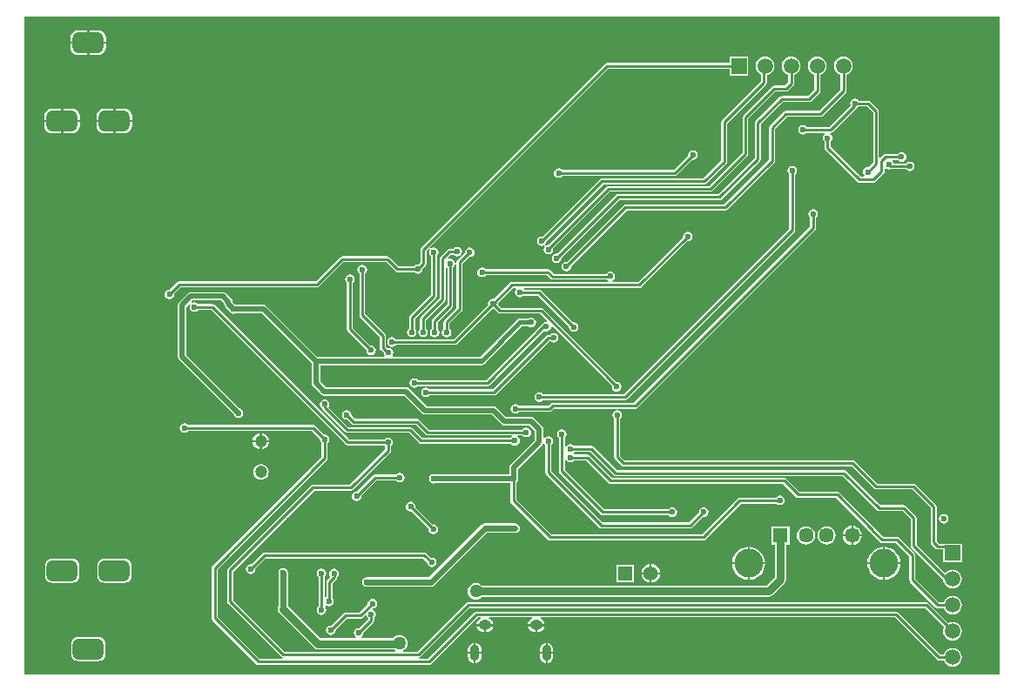
<source format=gbl>
G04*
G04 #@! TF.GenerationSoftware,Altium Limited,Altium Designer,20.0.13 (296)*
G04*
G04 Layer_Physical_Order=2*
G04 Layer_Color=16711680*
%FSLAX25Y25*%
%MOIN*%
G70*
G01*
G75*
%ADD10C,0.00984*%
%ADD11C,0.01968*%
%ADD12C,0.01575*%
%ADD14C,0.02362*%
%ADD74C,0.02953*%
%ADD75C,0.05906*%
%ADD122R,0.05906X0.05906*%
%ADD123R,0.05906X0.05906*%
G04:AMPARAMS|DCode=124|XSize=78.74mil|YSize=118.11mil|CornerRadius=19.68mil|HoleSize=0mil|Usage=FLASHONLY|Rotation=90.000|XOffset=0mil|YOffset=0mil|HoleType=Round|Shape=RoundedRectangle|*
%AMROUNDEDRECTD124*
21,1,0.07874,0.07874,0,0,90.0*
21,1,0.03937,0.11811,0,0,90.0*
1,1,0.03937,0.03937,0.01968*
1,1,0.03937,0.03937,-0.01968*
1,1,0.03937,-0.03937,-0.01968*
1,1,0.03937,-0.03937,0.01968*
%
%ADD124ROUNDEDRECTD124*%
%ADD125R,0.05709X0.05709*%
%ADD126C,0.05709*%
%ADD127C,0.11024*%
%ADD128C,0.04724*%
%ADD129C,0.05512*%
%ADD130R,0.05512X0.05512*%
%ADD131O,0.03543X0.06102*%
%ADD132O,0.04921X0.03740*%
%ADD133C,0.02362*%
%ADD134C,0.05000*%
G36*
X470276Y97835D02*
X96850D01*
Y349803D01*
X470276D01*
Y97835D01*
D02*
G37*
%LPC*%
G36*
X125236Y344630D02*
X121693D01*
Y340276D01*
X128016D01*
Y341850D01*
X127921Y342570D01*
X127644Y343240D01*
X127202Y343816D01*
X126626Y344258D01*
X125956Y344535D01*
X125236Y344630D01*
D02*
G37*
G36*
X120905D02*
X117362D01*
X116643Y344535D01*
X115972Y344258D01*
X115397Y343816D01*
X114955Y343240D01*
X114677Y342570D01*
X114583Y341850D01*
Y340276D01*
X120905D01*
Y344630D01*
D02*
G37*
G36*
X128016Y339488D02*
X121693D01*
Y335134D01*
X125236D01*
X125956Y335228D01*
X126626Y335506D01*
X127202Y335948D01*
X127644Y336524D01*
X127921Y337194D01*
X128016Y337913D01*
Y339488D01*
D02*
G37*
G36*
X120905D02*
X114583D01*
Y337913D01*
X114677Y337194D01*
X114955Y336524D01*
X115397Y335948D01*
X115972Y335506D01*
X116643Y335228D01*
X117362Y335134D01*
X120905D01*
Y339488D01*
D02*
G37*
G36*
X373937Y334488D02*
X366772D01*
Y332049D01*
X319882D01*
X319444Y331962D01*
X319073Y331714D01*
X248797Y261439D01*
X248549Y261068D01*
X248462Y260630D01*
Y255789D01*
X247632Y254958D01*
X247441Y254996D01*
X246734Y254855D01*
X246135Y254455D01*
X246027Y254294D01*
X240041D01*
X236636Y257699D01*
X236265Y257947D01*
X235827Y258034D01*
X218504D01*
X218066Y257947D01*
X217695Y257699D01*
X208384Y248388D01*
X156102D01*
X155665Y248301D01*
X155293Y248053D01*
X152553Y245312D01*
X152362Y245350D01*
X151656Y245210D01*
X151057Y244810D01*
X150656Y244211D01*
X150516Y243504D01*
X150656Y242797D01*
X151057Y242198D01*
X151656Y241798D01*
X152362Y241657D01*
X153069Y241798D01*
X153668Y242198D01*
X154068Y242797D01*
X154209Y243504D01*
X154171Y243695D01*
X156576Y246100D01*
X208858D01*
X209296Y246187D01*
X209667Y246435D01*
X218978Y255746D01*
X235353D01*
X238758Y252341D01*
X239129Y252093D01*
X239567Y252006D01*
X246027D01*
X246135Y251844D01*
X246734Y251444D01*
X247441Y251303D01*
X248148Y251444D01*
X248747Y251844D01*
X249147Y252443D01*
X249287Y253150D01*
X249250Y253340D01*
X250415Y254506D01*
X250663Y254877D01*
X250750Y255315D01*
Y260156D01*
X251819Y261225D01*
X252207Y260906D01*
X251837Y260352D01*
X251697Y259646D01*
X251837Y258939D01*
X252238Y258340D01*
X252399Y258232D01*
Y243387D01*
X244467Y235455D01*
X244219Y235084D01*
X244132Y234646D01*
Y230482D01*
X243773Y230243D01*
X243373Y229644D01*
X243232Y228937D01*
X243373Y228230D01*
X243773Y227631D01*
X244372Y227231D01*
X245079Y227091D01*
X245785Y227231D01*
X246384Y227631D01*
X246785Y228230D01*
X246925Y228937D01*
X246785Y229644D01*
X246420Y230190D01*
Y234172D01*
X254352Y242104D01*
X254600Y242476D01*
X254687Y242913D01*
Y258232D01*
X254849Y258340D01*
X255249Y258939D01*
X255390Y259646D01*
X255249Y260352D01*
X254849Y260951D01*
X254250Y261352D01*
X253543Y261492D01*
X252837Y261352D01*
X252283Y260982D01*
X251964Y261370D01*
X320356Y329762D01*
X366772D01*
Y327323D01*
X373937D01*
Y334488D01*
D02*
G37*
G36*
X135236Y314630D02*
X131693D01*
Y310276D01*
X138016D01*
Y311850D01*
X137921Y312570D01*
X137644Y313240D01*
X137202Y313816D01*
X136626Y314258D01*
X135956Y314535D01*
X135236Y314630D01*
D02*
G37*
G36*
X115236D02*
X111693D01*
Y310276D01*
X118016D01*
Y311850D01*
X117921Y312570D01*
X117643Y313240D01*
X117202Y313816D01*
X116626Y314258D01*
X115956Y314535D01*
X115236Y314630D01*
D02*
G37*
G36*
X130905D02*
X127362D01*
X126643Y314535D01*
X125972Y314258D01*
X125397Y313816D01*
X124955Y313240D01*
X124677Y312570D01*
X124583Y311850D01*
Y310276D01*
X130905D01*
Y314630D01*
D02*
G37*
G36*
X110906D02*
X107362D01*
X106643Y314535D01*
X105972Y314258D01*
X105397Y313816D01*
X104955Y313240D01*
X104677Y312570D01*
X104583Y311850D01*
Y310276D01*
X110906D01*
Y314630D01*
D02*
G37*
G36*
X414764Y318382D02*
X414057Y318241D01*
X413458Y317841D01*
X413058Y317242D01*
X412917Y316535D01*
X413058Y315829D01*
X413126Y315728D01*
X405038Y307640D01*
X396296D01*
X396188Y307802D01*
X395588Y308202D01*
X394882Y308343D01*
X394175Y308202D01*
X393576Y307802D01*
X393176Y307203D01*
X393035Y306496D01*
X393176Y305789D01*
X393576Y305190D01*
X394175Y304790D01*
X394882Y304650D01*
X395588Y304790D01*
X396188Y305190D01*
X396296Y305352D01*
X403173D01*
X403324Y304852D01*
X403025Y304652D01*
X402625Y304053D01*
X402484Y303346D01*
X402625Y302640D01*
X403025Y302041D01*
X403187Y301933D01*
Y299606D01*
X403274Y299168D01*
X403522Y298797D01*
X415727Y286593D01*
X416098Y286345D01*
X416535Y286258D01*
X421850D01*
X422288Y286345D01*
X422659Y286593D01*
X425809Y289742D01*
X426057Y290113D01*
X426144Y290551D01*
Y291431D01*
X426644Y291675D01*
X427049Y291404D01*
X427756Y291264D01*
X428333Y291378D01*
X428346Y291376D01*
X434413D01*
X434521Y291214D01*
X435120Y290814D01*
X435827Y290673D01*
X436533Y290814D01*
X437132Y291214D01*
X437533Y291813D01*
X437673Y292520D01*
X437533Y293226D01*
X437132Y293825D01*
X436533Y294226D01*
X435827Y294366D01*
X435120Y294226D01*
X434521Y293825D01*
X434413Y293664D01*
X429492D01*
X429462Y293817D01*
X429062Y294416D01*
X429057Y294419D01*
X429209Y294919D01*
X431263D01*
X431371Y294757D01*
X431971Y294357D01*
X432677Y294216D01*
X433384Y294357D01*
X433983Y294757D01*
X434383Y295356D01*
X434524Y296063D01*
X434383Y296770D01*
X433983Y297369D01*
X433384Y297769D01*
X432677Y297909D01*
X431971Y297769D01*
X431371Y297369D01*
X431263Y297207D01*
X426378D01*
X425940Y297120D01*
X425569Y296872D01*
X424479Y295782D01*
X423979Y295989D01*
Y313695D01*
X423892Y314133D01*
X423644Y314504D01*
X420803Y317344D01*
X420432Y317592D01*
X419994Y317679D01*
X416178D01*
X416069Y317841D01*
X415470Y318241D01*
X414764Y318382D01*
D02*
G37*
G36*
X138016Y309488D02*
X131693D01*
Y305134D01*
X135236D01*
X135956Y305228D01*
X136626Y305506D01*
X137202Y305948D01*
X137644Y306523D01*
X137921Y307194D01*
X138016Y307913D01*
Y309488D01*
D02*
G37*
G36*
X130905D02*
X124583D01*
Y307913D01*
X124677Y307194D01*
X124955Y306523D01*
X125397Y305948D01*
X125972Y305506D01*
X126643Y305228D01*
X127362Y305134D01*
X130905D01*
Y309488D01*
D02*
G37*
G36*
X118016D02*
X111693D01*
Y305134D01*
X115236D01*
X115956Y305228D01*
X116626Y305506D01*
X117202Y305948D01*
X117643Y306523D01*
X117921Y307194D01*
X118016Y307913D01*
Y309488D01*
D02*
G37*
G36*
X110906D02*
X104583D01*
Y307913D01*
X104677Y307194D01*
X104955Y306523D01*
X105397Y305948D01*
X105972Y305506D01*
X106643Y305228D01*
X107362Y305134D01*
X110906D01*
Y309488D01*
D02*
G37*
G36*
X352756Y298697D02*
X352049Y298556D01*
X351450Y298156D01*
X351050Y297557D01*
X350909Y296850D01*
X350947Y296660D01*
X345392Y291105D01*
X302792D01*
X302684Y291266D01*
X302085Y291667D01*
X301378Y291807D01*
X300671Y291667D01*
X300072Y291266D01*
X299672Y290667D01*
X299531Y289961D01*
X299672Y289254D01*
X300072Y288655D01*
X300671Y288255D01*
X301378Y288114D01*
X302085Y288255D01*
X302684Y288655D01*
X302792Y288817D01*
X345866D01*
X346304Y288904D01*
X346675Y289152D01*
X352565Y295042D01*
X352756Y295004D01*
X353463Y295145D01*
X354062Y295545D01*
X354462Y296144D01*
X354602Y296850D01*
X354462Y297557D01*
X354062Y298156D01*
X353463Y298556D01*
X352756Y298697D01*
D02*
G37*
G36*
X350787Y267398D02*
X350081Y267257D01*
X349482Y266857D01*
X349081Y266258D01*
X348941Y265551D01*
X348979Y265360D01*
X331810Y248191D01*
X321836D01*
X321770Y248688D01*
X322369Y249088D01*
X322769Y249687D01*
X322909Y250394D01*
X322769Y251100D01*
X322369Y251699D01*
X321770Y252100D01*
X321063Y252240D01*
X320356Y252100D01*
X319757Y251699D01*
X319518Y251341D01*
X299490D01*
X298053Y252777D01*
X297682Y253025D01*
X297244Y253113D01*
X273461D01*
X273353Y253274D01*
X272754Y253674D01*
X272047Y253815D01*
X271341Y253674D01*
X270742Y253274D01*
X270341Y252675D01*
X270201Y251969D01*
X270341Y251262D01*
X270742Y250663D01*
X271341Y250263D01*
X272047Y250122D01*
X272754Y250263D01*
X273353Y250663D01*
X273461Y250824D01*
X296770D01*
X298207Y249388D01*
X298578Y249140D01*
X299016Y249053D01*
X319810D01*
X320356Y248688D01*
X320289Y248191D01*
X283465D01*
X283027Y248104D01*
X282656Y247856D01*
X276536Y241737D01*
X276181Y241807D01*
X275475Y241667D01*
X274875Y241266D01*
X274475Y240667D01*
X274335Y239961D01*
X274405Y239606D01*
X261140Y226341D01*
X239012D01*
X238904Y226502D01*
X238305Y226903D01*
X237598Y227043D01*
X236892Y226903D01*
X236293Y226502D01*
X235893Y225904D01*
X235752Y225197D01*
X235893Y224490D01*
X236293Y223891D01*
X236892Y223491D01*
X237598Y223350D01*
X238305Y223491D01*
X238904Y223891D01*
X239012Y224053D01*
X261614D01*
X262052Y224140D01*
X262423Y224388D01*
X275964Y237929D01*
X276581Y237943D01*
X278128Y236396D01*
X278499Y236148D01*
X278937Y236061D01*
X294211D01*
X296853Y233419D01*
X296704Y233068D01*
X296622Y232943D01*
X295947Y232808D01*
X295348Y232408D01*
X295142Y232099D01*
X294860Y231911D01*
X273542Y210593D01*
X247477D01*
X247369Y210754D01*
X246770Y211155D01*
X246063Y211295D01*
X245356Y211155D01*
X244757Y210754D01*
X244357Y210155D01*
X244216Y209449D01*
X244357Y208742D01*
X244757Y208143D01*
X245356Y207743D01*
X246063Y207602D01*
X246770Y207743D01*
X247369Y208143D01*
X247477Y208305D01*
X274016D01*
X274453Y208392D01*
X274825Y208640D01*
X295728Y229543D01*
X295947Y229396D01*
X296654Y229256D01*
X297360Y229396D01*
X297959Y229797D01*
X298359Y230396D01*
X298494Y231071D01*
X298620Y231153D01*
X298970Y231302D01*
X321846Y208426D01*
X321776Y208071D01*
X321916Y207364D01*
X322316Y206765D01*
X322915Y206365D01*
X323622Y206224D01*
X324329Y206365D01*
X324928Y206765D01*
X325328Y207364D01*
X325469Y208071D01*
X325328Y208777D01*
X324928Y209377D01*
X324329Y209777D01*
X323622Y209917D01*
X323596Y209912D01*
X295494Y238014D01*
X295123Y238262D01*
X294685Y238349D01*
X279411D01*
X278199Y239560D01*
X278213Y240178D01*
X283938Y245903D01*
X284965D01*
X285116Y245403D01*
X285112Y245400D01*
X284711Y244801D01*
X284571Y244094D01*
X284711Y243388D01*
X285112Y242789D01*
X285711Y242389D01*
X286417Y242248D01*
X287124Y242389D01*
X287723Y242789D01*
X287831Y242951D01*
X293424D01*
X305278Y231096D01*
X305240Y230906D01*
X305381Y230199D01*
X305781Y229600D01*
X306380Y229200D01*
X307087Y229059D01*
X307793Y229200D01*
X308392Y229600D01*
X308792Y230199D01*
X308933Y230906D01*
X308792Y231612D01*
X308392Y232211D01*
X307793Y232611D01*
X307087Y232752D01*
X306896Y232714D01*
X294707Y244903D01*
X294335Y245151D01*
X293898Y245238D01*
X288181D01*
X288060Y245403D01*
X288314Y245903D01*
X332283D01*
X332721Y245990D01*
X333092Y246238D01*
X350597Y263743D01*
X350787Y263705D01*
X351494Y263845D01*
X352093Y264246D01*
X352493Y264845D01*
X352634Y265551D01*
X352493Y266258D01*
X352093Y266857D01*
X351494Y267257D01*
X350787Y267398D01*
D02*
G37*
G36*
X390354Y334519D02*
X389419Y334396D01*
X388547Y334035D01*
X387799Y333461D01*
X387225Y332712D01*
X386864Y331841D01*
X386741Y330906D01*
X386864Y329970D01*
X387225Y329099D01*
X387799Y328350D01*
X388547Y327776D01*
X389210Y327502D01*
Y324687D01*
X387912Y323388D01*
X383858D01*
X383420Y323301D01*
X383049Y323053D01*
X372026Y312029D01*
X371778Y311658D01*
X371691Y311221D01*
Y297718D01*
X358975Y285002D01*
X320472D01*
X320035Y284915D01*
X319664Y284667D01*
X297467Y262471D01*
X297441Y262476D01*
X296734Y262336D01*
X296666Y262291D01*
X296306Y262651D01*
X296588Y263073D01*
X296728Y263779D01*
X296691Y263970D01*
X318387Y285667D01*
X357283D01*
X357721Y285754D01*
X358092Y286002D01*
X365573Y293482D01*
X365821Y293853D01*
X365908Y294291D01*
Y308975D01*
X380730Y323797D01*
X380978Y324168D01*
X381065Y324606D01*
Y327385D01*
X381290Y327415D01*
X382161Y327776D01*
X382909Y328350D01*
X383484Y329099D01*
X383845Y329970D01*
X383968Y330906D01*
X383845Y331841D01*
X383484Y332712D01*
X382909Y333461D01*
X382161Y334035D01*
X381290Y334396D01*
X380354Y334519D01*
X379419Y334396D01*
X378548Y334035D01*
X377799Y333461D01*
X377225Y332712D01*
X376864Y331841D01*
X376741Y330906D01*
X376864Y329970D01*
X377225Y329099D01*
X377799Y328350D01*
X378548Y327776D01*
X378777Y327681D01*
Y325080D01*
X363955Y310258D01*
X363707Y309887D01*
X363620Y309449D01*
Y294765D01*
X356810Y287955D01*
X317913D01*
X317476Y287868D01*
X317104Y287620D01*
X295073Y265588D01*
X294882Y265626D01*
X294175Y265486D01*
X293576Y265085D01*
X293176Y264486D01*
X293035Y263779D01*
X293176Y263073D01*
X293576Y262474D01*
X294175Y262074D01*
X294882Y261933D01*
X295588Y262074D01*
X295656Y262119D01*
X296017Y261758D01*
X295735Y261336D01*
X295594Y260630D01*
X295735Y259923D01*
X296135Y259324D01*
X296734Y258924D01*
X297441Y258783D01*
X298148Y258924D01*
X298747Y259324D01*
X299147Y259923D01*
X299287Y260630D01*
X299217Y260985D01*
X320946Y282714D01*
X359449D01*
X359887Y282801D01*
X360258Y283049D01*
X373644Y296435D01*
X373892Y296806D01*
X373979Y297244D01*
Y310747D01*
X384332Y321100D01*
X388386D01*
X388824Y321187D01*
X389195Y321435D01*
X391163Y323404D01*
X391411Y323775D01*
X391498Y324213D01*
Y327502D01*
X392161Y327776D01*
X392910Y328350D01*
X393484Y329099D01*
X393845Y329970D01*
X393968Y330906D01*
X393845Y331841D01*
X393484Y332712D01*
X392910Y333461D01*
X392161Y334035D01*
X391290Y334396D01*
X390354Y334519D01*
D02*
G37*
G36*
X400354D02*
X399419Y334396D01*
X398548Y334035D01*
X397799Y333461D01*
X397225Y332712D01*
X396864Y331841D01*
X396741Y330906D01*
X396864Y329970D01*
X397225Y329099D01*
X397799Y328350D01*
X398548Y327776D01*
X399210Y327502D01*
Y321891D01*
X396770Y319451D01*
X386811D01*
X386373Y319364D01*
X386002Y319116D01*
X376750Y309864D01*
X376502Y309493D01*
X376415Y309055D01*
Y295749D01*
X362518Y281853D01*
X324016D01*
X323578Y281766D01*
X323207Y281518D01*
X300781Y259092D01*
X300590Y259130D01*
X299884Y258989D01*
X299285Y258589D01*
X298885Y257990D01*
X298744Y257283D01*
X298885Y256577D01*
X299285Y255978D01*
X299884Y255577D01*
X300590Y255437D01*
X301297Y255577D01*
X301896Y255978D01*
X302296Y256577D01*
X302437Y257283D01*
X302399Y257474D01*
X324490Y279565D01*
X362992D01*
X363430Y279652D01*
X363801Y279900D01*
X378368Y294467D01*
X378616Y294838D01*
X378703Y295276D01*
Y308581D01*
X387285Y317163D01*
X397244D01*
X397682Y317250D01*
X398053Y317498D01*
X401163Y320608D01*
X401411Y320979D01*
X401498Y321417D01*
Y327502D01*
X402161Y327776D01*
X402910Y328350D01*
X403484Y329099D01*
X403845Y329970D01*
X403968Y330906D01*
X403845Y331841D01*
X403484Y332712D01*
X402910Y333461D01*
X402161Y334035D01*
X401290Y334396D01*
X400354Y334519D01*
D02*
G37*
G36*
X262598Y261689D02*
X261892Y261548D01*
X261293Y261148D01*
X261185Y260986D01*
X259646D01*
X259208Y260899D01*
X258837Y260651D01*
X256081Y257896D01*
X255833Y257524D01*
X255746Y257087D01*
Y242009D01*
X248601Y234864D01*
X248353Y234493D01*
X248265Y234055D01*
Y230351D01*
X248104Y230243D01*
X247704Y229644D01*
X247563Y228937D01*
X247704Y228230D01*
X248104Y227631D01*
X248703Y227231D01*
X249410Y227091D01*
X250116Y227231D01*
X250715Y227631D01*
X251115Y228230D01*
X251256Y228937D01*
X251115Y229644D01*
X250715Y230243D01*
X250553Y230351D01*
Y233581D01*
X257699Y240726D01*
X257947Y241098D01*
X258034Y241535D01*
Y253418D01*
X258534Y253672D01*
X258699Y253552D01*
Y239647D01*
X253128Y234077D01*
X252880Y233705D01*
X252793Y233268D01*
Y230154D01*
X252631Y230046D01*
X252231Y229447D01*
X252091Y228740D01*
X252231Y228033D01*
X252631Y227434D01*
X253230Y227034D01*
X253937Y226894D01*
X254644Y227034D01*
X255243Y227434D01*
X255643Y228033D01*
X255784Y228740D01*
X255643Y229447D01*
X255243Y230046D01*
X255081Y230154D01*
Y232794D01*
X260651Y238364D01*
X260899Y238735D01*
X260986Y239173D01*
Y253901D01*
X261148Y254009D01*
X261548Y254608D01*
X261689Y255315D01*
X261548Y256022D01*
X261148Y256621D01*
X260549Y257021D01*
X259842Y257161D01*
X259136Y257021D01*
X258857Y257436D01*
X260120Y258699D01*
X261185D01*
X261293Y258537D01*
X261892Y258137D01*
X262598Y257996D01*
X263305Y258137D01*
X263859Y258506D01*
X264177Y258118D01*
X262577Y256518D01*
X262329Y256147D01*
X262242Y255709D01*
Y238269D01*
X257656Y233683D01*
X257408Y233312D01*
X257321Y232874D01*
Y230154D01*
X257159Y230046D01*
X256759Y229447D01*
X256618Y228740D01*
X256759Y228033D01*
X257159Y227434D01*
X257758Y227034D01*
X258465Y226894D01*
X259171Y227034D01*
X259770Y227434D01*
X260171Y228033D01*
X260311Y228740D01*
X260171Y229447D01*
X259770Y230046D01*
X259609Y230154D01*
Y232400D01*
X264195Y236986D01*
X264443Y237357D01*
X264530Y237795D01*
Y255235D01*
X267132Y257837D01*
X267323Y257799D01*
X268029Y257940D01*
X268629Y258340D01*
X269029Y258939D01*
X269169Y259646D01*
X269029Y260352D01*
X268629Y260951D01*
X268029Y261352D01*
X267323Y261492D01*
X266616Y261352D01*
X266017Y260951D01*
X265617Y260352D01*
X265476Y259646D01*
X265514Y259455D01*
X264323Y258264D01*
X263934Y258582D01*
X264304Y259136D01*
X264445Y259842D01*
X264304Y260549D01*
X263904Y261148D01*
X263305Y261548D01*
X262598Y261689D01*
D02*
G37*
G36*
X410354Y334519D02*
X409419Y334396D01*
X408547Y334035D01*
X407799Y333461D01*
X407225Y332712D01*
X406864Y331841D01*
X406741Y330906D01*
X406864Y329970D01*
X407225Y329099D01*
X407799Y328350D01*
X408547Y327776D01*
X409210Y327502D01*
Y321852D01*
X401101Y313742D01*
X388307D01*
X387869Y313655D01*
X387498Y313407D01*
X382262Y308171D01*
X382014Y307800D01*
X381927Y307362D01*
Y295159D01*
X364684Y277916D01*
X326969D01*
X326531Y277829D01*
X326160Y277581D01*
X304521Y255942D01*
X304331Y255980D01*
X303624Y255840D01*
X303025Y255439D01*
X302625Y254840D01*
X302484Y254134D01*
X302625Y253427D01*
X303025Y252828D01*
X303624Y252428D01*
X304331Y252287D01*
X305037Y252428D01*
X305636Y252828D01*
X306037Y253427D01*
X306177Y254134D01*
X306139Y254325D01*
X327442Y275628D01*
X365158D01*
X365595Y275715D01*
X365966Y275963D01*
X383880Y293876D01*
X384128Y294247D01*
X384215Y294685D01*
Y306888D01*
X388781Y311454D01*
X401575D01*
X402013Y311542D01*
X402384Y311789D01*
X411163Y320569D01*
X411411Y320940D01*
X411498Y321378D01*
Y327502D01*
X412161Y327776D01*
X412910Y328350D01*
X413484Y329099D01*
X413845Y329970D01*
X413968Y330906D01*
X413845Y331841D01*
X413484Y332712D01*
X412910Y333461D01*
X412161Y334035D01*
X411290Y334396D01*
X410354Y334519D01*
D02*
G37*
G36*
X299410Y228618D02*
X298703Y228478D01*
X298104Y228077D01*
X297996Y227916D01*
X297441D01*
X297003Y227829D01*
X296632Y227581D01*
X276101Y207049D01*
X252004D01*
X251896Y207211D01*
X251297Y207611D01*
X250590Y207752D01*
X249884Y207611D01*
X249285Y207211D01*
X248885Y206612D01*
X248744Y205906D01*
X248885Y205199D01*
X249285Y204600D01*
X249884Y204200D01*
X250590Y204059D01*
X251297Y204200D01*
X251896Y204600D01*
X252004Y204762D01*
X276575D01*
X277013Y204849D01*
X277384Y205097D01*
X297603Y225316D01*
X298104Y225466D01*
X298703Y225066D01*
X299410Y224925D01*
X300116Y225066D01*
X300715Y225466D01*
X301115Y226065D01*
X301256Y226772D01*
X301115Y227478D01*
X300715Y228077D01*
X300116Y228478D01*
X299410Y228618D01*
D02*
G37*
G36*
X221457Y251059D02*
X220750Y250919D01*
X220151Y250518D01*
X219751Y249919D01*
X219610Y249213D01*
X219751Y248506D01*
X220151Y247907D01*
X220313Y247799D01*
Y230118D01*
X220400Y229680D01*
X220648Y229309D01*
X227719Y222238D01*
X227681Y222047D01*
X227822Y221341D01*
X228222Y220742D01*
X228821Y220341D01*
X229528Y220201D01*
X230234Y220341D01*
X230833Y220742D01*
X231234Y221341D01*
X231374Y222047D01*
X231234Y222754D01*
X230833Y223353D01*
X230234Y223753D01*
X229528Y223894D01*
X229337Y223856D01*
X222601Y230592D01*
Y247799D01*
X222762Y247907D01*
X223163Y248506D01*
X223303Y249213D01*
X223163Y249919D01*
X222762Y250518D01*
X222163Y250919D01*
X221457Y251059D01*
D02*
G37*
G36*
X226181Y254799D02*
X225475Y254659D01*
X224875Y254258D01*
X224475Y253659D01*
X224335Y252953D01*
X224475Y252246D01*
X224875Y251647D01*
X225037Y251539D01*
Y235433D01*
X225124Y234995D01*
X225372Y234624D01*
X232911Y227085D01*
Y222835D01*
X232998Y222397D01*
X233246Y222026D01*
X233617Y221778D01*
X233687Y221764D01*
X234376Y221074D01*
X234374Y221063D01*
X234514Y220356D01*
X234713Y220059D01*
X234446Y219559D01*
X208949D01*
X189550Y238959D01*
X189016Y239316D01*
X188386Y239441D01*
X177765D01*
X177675Y239501D01*
X177569Y239522D01*
X176594Y240498D01*
X176611Y240586D01*
X176486Y241216D01*
X176129Y241750D01*
X173998Y243880D01*
X173465Y244237D01*
X172835Y244362D01*
X160630D01*
X160000Y244237D01*
X159466Y243880D01*
X156120Y240534D01*
X155763Y240000D01*
X155638Y239370D01*
Y219488D01*
X155763Y218858D01*
X156120Y218324D01*
X177013Y197431D01*
X177034Y197325D01*
X177435Y196726D01*
X178033Y196326D01*
X178740Y196185D01*
X179447Y196326D01*
X180046Y196726D01*
X180446Y197325D01*
X180587Y198031D01*
X180446Y198738D01*
X180046Y199337D01*
X179447Y199737D01*
X179341Y199759D01*
X158929Y220170D01*
Y238688D01*
X160044Y239803D01*
X160432Y239484D01*
X160302Y239289D01*
X160161Y238583D01*
X160302Y237876D01*
X160702Y237277D01*
X161301Y236877D01*
X162008Y236736D01*
X162715Y236877D01*
X163313Y237277D01*
X163422Y237439D01*
X168424D01*
X219860Y186002D01*
X220232Y185754D01*
X220669Y185667D01*
X234610D01*
X234718Y185505D01*
X234880Y185397D01*
Y184135D01*
X221376Y170632D01*
X207283D01*
X206846Y170545D01*
X206474Y170297D01*
X174782Y138604D01*
X174534Y138233D01*
X174446Y137795D01*
Y125787D01*
X174534Y125350D01*
X174782Y124978D01*
X195057Y104703D01*
X195428Y104455D01*
X195704Y104400D01*
X195655Y103900D01*
X186891D01*
X170829Y119962D01*
Y138109D01*
X212620Y179900D01*
X212868Y180271D01*
X212955Y180709D01*
Y186578D01*
X213117Y186687D01*
X213517Y187285D01*
X213657Y187992D01*
X213517Y188699D01*
X213117Y189298D01*
X212518Y189698D01*
X211811Y189839D01*
X211620Y189801D01*
X208289Y193132D01*
X207918Y193380D01*
X207480Y193467D01*
X159485D01*
X159377Y193629D01*
X158777Y194029D01*
X158071Y194169D01*
X157364Y194029D01*
X156765Y193629D01*
X156365Y193029D01*
X156224Y192323D01*
X156365Y191616D01*
X156765Y191017D01*
X157364Y190617D01*
X158071Y190476D01*
X158777Y190617D01*
X159377Y191017D01*
X159485Y191179D01*
X207007D01*
X210002Y188183D01*
X209964Y187992D01*
X210105Y187285D01*
X210505Y186687D01*
X210667Y186578D01*
Y181183D01*
X168876Y139392D01*
X168628Y139021D01*
X168541Y138583D01*
Y119488D01*
X168628Y119050D01*
X168876Y118679D01*
X185608Y101947D01*
X185979Y101699D01*
X186417Y101612D01*
X251772D01*
X252209Y101699D01*
X252581Y101947D01*
X270356Y119722D01*
X271515D01*
X271615Y119222D01*
X271208Y119054D01*
X270653Y118628D01*
X270227Y118072D01*
X269959Y117426D01*
X269920Y117126D01*
X273139D01*
X276358D01*
X276318Y117426D01*
X276051Y118072D01*
X275625Y118628D01*
X275069Y119054D01*
X274663Y119222D01*
X274762Y119722D01*
X291200D01*
X291300Y119222D01*
X290893Y119054D01*
X290338Y118628D01*
X289912Y118072D01*
X289644Y117426D01*
X289605Y117126D01*
X292824D01*
X296043D01*
X296003Y117426D01*
X295736Y118072D01*
X295310Y118628D01*
X294755Y119054D01*
X294348Y119222D01*
X294447Y119722D01*
X430038D01*
X446160Y103601D01*
X446531Y103352D01*
X446969Y103265D01*
X448761D01*
X449036Y102603D01*
X449610Y101854D01*
X450359Y101280D01*
X451230Y100919D01*
X452165Y100796D01*
X453101Y100919D01*
X453972Y101280D01*
X454720Y101854D01*
X455295Y102603D01*
X455656Y103474D01*
X455779Y104409D01*
X455656Y105345D01*
X455295Y106216D01*
X454720Y106965D01*
X453972Y107539D01*
X453101Y107900D01*
X452165Y108023D01*
X451230Y107900D01*
X450359Y107539D01*
X449610Y106965D01*
X449036Y106216D01*
X448761Y105553D01*
X447442D01*
X431321Y121675D01*
X430950Y121923D01*
X430512Y122010D01*
X269882D01*
X269444Y121923D01*
X269073Y121675D01*
X251298Y103900D01*
X248045D01*
X247996Y104400D01*
X248272Y104455D01*
X248644Y104703D01*
X267206Y123265D01*
X441691D01*
X448949Y116007D01*
X448675Y115345D01*
X448552Y114409D01*
X448675Y113474D01*
X449036Y112603D01*
X449610Y111854D01*
X450359Y111280D01*
X451230Y110919D01*
X452165Y110796D01*
X453101Y110919D01*
X453972Y111280D01*
X454720Y111854D01*
X455295Y112603D01*
X455656Y113474D01*
X455779Y114409D01*
X455656Y115345D01*
X455295Y116216D01*
X454720Y116965D01*
X453972Y117539D01*
X453101Y117900D01*
X452165Y118023D01*
X451230Y117900D01*
X450567Y117625D01*
X442974Y125218D01*
X442603Y125466D01*
X442165Y125554D01*
X266732D01*
X266295Y125466D01*
X265923Y125218D01*
X247361Y106656D01*
X242133D01*
X242009Y106936D01*
X241994Y107156D01*
X242587Y107610D01*
X243088Y108264D01*
X243404Y109026D01*
X243511Y109843D01*
X243404Y110660D01*
X243088Y111421D01*
X242587Y112075D01*
X241933Y112576D01*
X241171Y112892D01*
X240354Y112999D01*
X239537Y112892D01*
X238776Y112576D01*
X238122Y112075D01*
X237906Y111793D01*
X225990D01*
X225838Y112293D01*
X226109Y112474D01*
X226509Y113073D01*
X226650Y113779D01*
X226612Y113970D01*
X230386Y117744D01*
X230634Y118115D01*
X230721Y118553D01*
Y119453D01*
X230882Y119561D01*
X231283Y120159D01*
X231423Y120866D01*
X231283Y121573D01*
X230882Y122172D01*
X230470Y122448D01*
X230302Y122980D01*
X230307Y123077D01*
X230402Y123210D01*
X230825Y123294D01*
X231424Y123694D01*
X231824Y124293D01*
X231965Y125000D01*
X231824Y125707D01*
X231424Y126306D01*
X230825Y126706D01*
X230118Y126847D01*
X229412Y126706D01*
X228812Y126306D01*
X228412Y125707D01*
X228272Y125000D01*
X228309Y124809D01*
X225052Y121551D01*
X219817D01*
X219379Y121464D01*
X219008Y121216D01*
X214364Y116572D01*
X214173Y116610D01*
X213467Y116470D01*
X212867Y116069D01*
X212467Y115470D01*
X212327Y114764D01*
X212467Y114057D01*
X212867Y113458D01*
X213467Y113058D01*
X214173Y112917D01*
X214880Y113058D01*
X215479Y113458D01*
X215879Y114057D01*
X216020Y114764D01*
X215982Y114954D01*
X220291Y119263D01*
X225525D01*
X225963Y119351D01*
X226335Y119598D01*
X227284Y120548D01*
X227826Y120383D01*
X227871Y120159D01*
X228271Y119561D01*
X228364Y119499D01*
X228395Y118989D01*
X224994Y115588D01*
X224803Y115626D01*
X224096Y115486D01*
X223498Y115085D01*
X223097Y114486D01*
X222957Y113779D01*
X223097Y113073D01*
X223498Y112474D01*
X223768Y112293D01*
X223616Y111793D01*
X210141D01*
X197713Y124222D01*
Y136811D01*
X197572Y137518D01*
X197172Y138117D01*
X196573Y138517D01*
X195866Y138657D01*
X195159Y138517D01*
X194561Y138117D01*
X194160Y137518D01*
X194020Y136811D01*
Y124059D01*
X193882Y123853D01*
X193719Y123031D01*
X193882Y122210D01*
X194348Y121513D01*
X207733Y108127D01*
X208430Y107662D01*
X209252Y107498D01*
X238268D01*
X238714Y107156D01*
X238699Y106936D01*
X238575Y106656D01*
X196340D01*
X176735Y126261D01*
Y137321D01*
X207757Y168344D01*
X221850D01*
X222288Y168431D01*
X222659Y168679D01*
X236833Y182852D01*
X237081Y183224D01*
X237168Y183661D01*
Y185397D01*
X237329Y185505D01*
X237730Y186104D01*
X237870Y186811D01*
X237730Y187518D01*
X237329Y188117D01*
X236730Y188517D01*
X236024Y188657D01*
X235317Y188517D01*
X234718Y188117D01*
X234610Y187955D01*
X221143D01*
X169707Y239392D01*
X169335Y239640D01*
X168898Y239727D01*
X163422D01*
X163313Y239888D01*
X162715Y240289D01*
X162008Y240429D01*
X161301Y240289D01*
X161106Y240159D01*
X160788Y240547D01*
X161312Y241071D01*
X172153D01*
X173337Y239887D01*
X173319Y239798D01*
X173445Y239169D01*
X173802Y238635D01*
X175241Y237195D01*
X175263Y237089D01*
X175663Y236490D01*
X176262Y236089D01*
X176969Y235949D01*
X177675Y236089D01*
X177765Y236150D01*
X187704D01*
X206737Y217116D01*
X206759Y217010D01*
X206819Y216920D01*
Y209449D01*
X206944Y208819D01*
X207301Y208285D01*
X210450Y205135D01*
X210984Y204779D01*
X211614Y204653D01*
X242232D01*
X249033Y197852D01*
X249567Y197495D01*
X250197Y197370D01*
X275696D01*
X279348Y193718D01*
X279882Y193361D01*
X280512Y193236D01*
X290066D01*
X292252Y191051D01*
Y187690D01*
X282891Y178329D01*
X282535Y177795D01*
X282409Y177165D01*
Y174480D01*
X254340D01*
X254250Y174541D01*
X253543Y174681D01*
X252837Y174541D01*
X252238Y174140D01*
X251837Y173541D01*
X251697Y172835D01*
X251837Y172128D01*
X252238Y171529D01*
X252837Y171129D01*
X253543Y170988D01*
X254250Y171129D01*
X254340Y171189D01*
X282911D01*
Y164370D01*
X282998Y163932D01*
X283246Y163561D01*
X297223Y149585D01*
X297594Y149337D01*
X298031Y149250D01*
X356693D01*
X357131Y149337D01*
X357502Y149585D01*
X371143Y163226D01*
X384771D01*
X385317Y162861D01*
X386024Y162720D01*
X386730Y162861D01*
X387329Y163261D01*
X387730Y163860D01*
X387870Y164567D01*
X387730Y165274D01*
X387329Y165873D01*
X386730Y166273D01*
X386024Y166413D01*
X385317Y166273D01*
X384718Y165873D01*
X384478Y165514D01*
X370669D01*
X370232Y165427D01*
X369860Y165179D01*
X356219Y151538D01*
X298505D01*
X285199Y164844D01*
Y171421D01*
X285361Y171529D01*
X285761Y172128D01*
X285902Y172835D01*
X285761Y173541D01*
X285701Y173631D01*
Y176484D01*
X295061Y185844D01*
X295318Y186228D01*
X295796Y186284D01*
X295895Y186259D01*
X296135Y185899D01*
X296297Y185791D01*
Y175197D01*
X296384Y174759D01*
X296632Y174388D01*
X316908Y154112D01*
X317279Y153864D01*
X317717Y153777D01*
X351772D01*
X352209Y153864D01*
X352581Y154112D01*
X356699Y158231D01*
X356890Y158193D01*
X357596Y158333D01*
X358195Y158734D01*
X358596Y159333D01*
X358736Y160039D01*
X358596Y160746D01*
X358195Y161345D01*
X357596Y161745D01*
X356890Y161886D01*
X356183Y161745D01*
X355584Y161345D01*
X355184Y160746D01*
X355043Y160039D01*
X355081Y159849D01*
X351298Y156065D01*
X318190D01*
X298585Y175671D01*
Y185791D01*
X298747Y185899D01*
X299147Y186498D01*
X299287Y187205D01*
X299147Y187911D01*
X298747Y188510D01*
X298148Y188911D01*
X297441Y189051D01*
X296734Y188911D01*
X296135Y188510D01*
X296043Y188373D01*
X295543Y188525D01*
Y191732D01*
X295418Y192362D01*
X295061Y192896D01*
X291912Y196046D01*
X291378Y196402D01*
X290748Y196528D01*
X281193D01*
X277542Y200180D01*
X277008Y200536D01*
X276378Y200661D01*
X250879D01*
X244077Y207463D01*
X243543Y207820D01*
X242913Y207945D01*
X212296D01*
X210110Y210131D01*
Y216268D01*
X271850D01*
X272480Y216393D01*
X273014Y216750D01*
X273371Y217284D01*
X273397Y217417D01*
X287262Y231281D01*
X289799D01*
X290189Y231020D01*
X290896Y230880D01*
X291602Y231020D01*
X292201Y231421D01*
X292602Y232020D01*
X292742Y232726D01*
X292602Y233433D01*
X292201Y234032D01*
X291602Y234432D01*
X290896Y234573D01*
X290189Y234432D01*
X289799Y234172D01*
X286663D01*
X286110Y234062D01*
X285642Y233748D01*
X271452Y219559D01*
X237995D01*
X237728Y220059D01*
X237926Y220356D01*
X238067Y221063D01*
X237926Y221770D01*
X237526Y222369D01*
X236927Y222769D01*
X236221Y222909D01*
X235851Y222836D01*
X235199Y223487D01*
Y227559D01*
X235112Y227997D01*
X234864Y228368D01*
X227325Y235907D01*
Y251539D01*
X227487Y251647D01*
X227887Y252246D01*
X228028Y252953D01*
X227887Y253659D01*
X227487Y254258D01*
X226888Y254659D01*
X226181Y254799D01*
D02*
G37*
G36*
X390748Y292595D02*
X390041Y292454D01*
X389442Y292054D01*
X389042Y291455D01*
X388901Y290748D01*
X389042Y290041D01*
X389442Y289442D01*
X389604Y289334D01*
Y268584D01*
X326298Y205278D01*
X295344D01*
X295302Y205341D01*
X294703Y205741D01*
X293996Y205882D01*
X293289Y205741D01*
X292690Y205341D01*
X292290Y204742D01*
X292150Y204035D01*
X292290Y203329D01*
X292690Y202730D01*
X293289Y202329D01*
X293996Y202189D01*
X294703Y202329D01*
X295302Y202730D01*
X295476Y202990D01*
X326772D01*
X327209Y203077D01*
X327581Y203325D01*
X391557Y267301D01*
X391805Y267672D01*
X391892Y268110D01*
Y289334D01*
X392054Y289442D01*
X392454Y290041D01*
X392595Y290748D01*
X392454Y291455D01*
X392054Y292054D01*
X391455Y292454D01*
X390748Y292595D01*
D02*
G37*
G36*
X398819Y276059D02*
X398112Y275919D01*
X397513Y275518D01*
X397113Y274919D01*
X396972Y274213D01*
X397113Y273506D01*
X397513Y272907D01*
X397675Y272799D01*
Y269372D01*
X330235Y201931D01*
X299016D01*
X298578Y201844D01*
X298207Y201596D01*
X297361Y200750D01*
X286256D01*
X286148Y200912D01*
X285549Y201312D01*
X284842Y201453D01*
X284136Y201312D01*
X283537Y200912D01*
X283137Y200313D01*
X282996Y199606D01*
X283137Y198900D01*
X283537Y198301D01*
X284136Y197900D01*
X284842Y197760D01*
X285549Y197900D01*
X286148Y198301D01*
X286256Y198462D01*
X297835D01*
X298272Y198549D01*
X298644Y198797D01*
X299490Y199643D01*
X330709D01*
X331147Y199731D01*
X331518Y199978D01*
X399628Y268089D01*
X399876Y268460D01*
X399963Y268898D01*
Y272799D01*
X400125Y272907D01*
X400525Y273506D01*
X400665Y274213D01*
X400525Y274919D01*
X400125Y275518D01*
X399525Y275919D01*
X398819Y276059D01*
D02*
G37*
G36*
X211811Y203224D02*
X211104Y203084D01*
X210505Y202684D01*
X210105Y202085D01*
X209964Y201378D01*
X210105Y200671D01*
X210505Y200072D01*
X210720Y199929D01*
X210754Y199759D01*
X211002Y199388D01*
X219664Y190726D01*
X220035Y190479D01*
X220472Y190391D01*
X244014D01*
X247813Y186593D01*
X248184Y186345D01*
X248622Y186258D01*
X283232D01*
X283340Y186096D01*
X283939Y185696D01*
X284646Y185555D01*
X285352Y185696D01*
X285951Y186096D01*
X286352Y186695D01*
X286492Y187402D01*
X286352Y188108D01*
X285951Y188707D01*
X285652Y188907D01*
X285804Y189407D01*
X287563D01*
X287671Y189245D01*
X288270Y188845D01*
X288976Y188705D01*
X289683Y188845D01*
X290282Y189245D01*
X290682Y189845D01*
X290823Y190551D01*
X290682Y191258D01*
X290282Y191857D01*
X289683Y192257D01*
X288976Y192398D01*
X288270Y192257D01*
X287671Y191857D01*
X287563Y191695D01*
X251655D01*
X247856Y195494D01*
X247485Y195742D01*
X247047Y195829D01*
X223308D01*
X222084Y197053D01*
X222122Y197244D01*
X221982Y197951D01*
X221581Y198550D01*
X220982Y198950D01*
X220276Y199091D01*
X219569Y198950D01*
X218970Y198550D01*
X218570Y197951D01*
X218429Y197244D01*
X218570Y196537D01*
X218970Y195938D01*
X219569Y195538D01*
X220276Y195398D01*
X220466Y195436D01*
X222026Y193876D01*
X222397Y193628D01*
X222835Y193541D01*
X246573D01*
X250372Y189742D01*
X250743Y189494D01*
X251181Y189407D01*
X283488D01*
X283639Y188907D01*
X283340Y188707D01*
X283232Y188546D01*
X249096D01*
X245297Y192344D01*
X244926Y192592D01*
X244488Y192679D01*
X220946D01*
X213292Y200334D01*
X213517Y200671D01*
X213657Y201378D01*
X213517Y202085D01*
X213117Y202684D01*
X212518Y203084D01*
X211811Y203224D01*
D02*
G37*
G36*
X187795Y190330D02*
Y187598D01*
X190526D01*
X190470Y188027D01*
X190153Y188793D01*
X189648Y189451D01*
X188990Y189956D01*
X188224Y190273D01*
X187795Y190330D01*
D02*
G37*
G36*
X187008D02*
X186579Y190273D01*
X185813Y189956D01*
X185155Y189451D01*
X184650Y188793D01*
X184333Y188027D01*
X184277Y187598D01*
X187008D01*
Y190330D01*
D02*
G37*
G36*
Y186811D02*
X184277D01*
X184333Y186382D01*
X184650Y185616D01*
X185155Y184958D01*
X185813Y184453D01*
X186579Y184136D01*
X187008Y184080D01*
Y186811D01*
D02*
G37*
G36*
X190526D02*
X187795D01*
Y184080D01*
X188224Y184136D01*
X188990Y184453D01*
X189648Y184958D01*
X190153Y185616D01*
X190470Y186382D01*
X190526Y186811D01*
D02*
G37*
G36*
X187402Y178412D02*
X186620Y178309D01*
X185893Y178007D01*
X185268Y177528D01*
X184788Y176903D01*
X184486Y176175D01*
X184384Y175394D01*
X184486Y174613D01*
X184788Y173885D01*
X185268Y173260D01*
X185893Y172780D01*
X186620Y172479D01*
X187402Y172376D01*
X188183Y172479D01*
X188910Y172780D01*
X189536Y173260D01*
X190015Y173885D01*
X190317Y174613D01*
X190419Y175394D01*
X190317Y176175D01*
X190015Y176903D01*
X189536Y177528D01*
X188910Y178007D01*
X188183Y178309D01*
X187402Y178412D01*
D02*
G37*
G36*
X240551Y175075D02*
X239844Y174934D01*
X239246Y174534D01*
X239138Y174372D01*
X231102D01*
X230665Y174285D01*
X230293Y174037D01*
X224206Y167950D01*
X224016Y167988D01*
X223309Y167848D01*
X222710Y167447D01*
X222310Y166848D01*
X222169Y166142D01*
X222310Y165435D01*
X222710Y164836D01*
X223309Y164436D01*
X224016Y164295D01*
X224722Y164436D01*
X225321Y164836D01*
X225722Y165435D01*
X225862Y166142D01*
X225824Y166332D01*
X231576Y172084D01*
X239138D01*
X239246Y171923D01*
X239844Y171522D01*
X240551Y171382D01*
X241258Y171522D01*
X241857Y171923D01*
X242257Y172522D01*
X242398Y173228D01*
X242257Y173935D01*
X241857Y174534D01*
X241258Y174934D01*
X240551Y175075D01*
D02*
G37*
G36*
X448819Y159327D02*
X448112Y159186D01*
X447513Y158786D01*
X447113Y158187D01*
X446973Y157480D01*
X447113Y156774D01*
X447513Y156175D01*
X448112Y155774D01*
X448819Y155634D01*
X449526Y155774D01*
X450125Y156175D01*
X450525Y156774D01*
X450666Y157480D01*
X450525Y158187D01*
X450125Y158786D01*
X449526Y159186D01*
X448819Y159327D01*
D02*
G37*
G36*
X244685Y164051D02*
X243978Y163911D01*
X243379Y163510D01*
X242979Y162911D01*
X242839Y162205D01*
X242979Y161498D01*
X243379Y160899D01*
X243978Y160499D01*
X244685Y160358D01*
X244876Y160396D01*
X249583Y155689D01*
X251538Y153734D01*
X251500Y153543D01*
X251641Y152837D01*
X252041Y152238D01*
X252640Y151837D01*
X253346Y151697D01*
X254053Y151837D01*
X254652Y152238D01*
X255052Y152837D01*
X255193Y153543D01*
X255052Y154250D01*
X254652Y154849D01*
X254053Y155249D01*
X253346Y155390D01*
X253156Y155352D01*
X251201Y157307D01*
X251201Y157307D01*
X246494Y162014D01*
X246532Y162205D01*
X246391Y162911D01*
X245991Y163510D01*
X245392Y163911D01*
X244685Y164051D01*
D02*
G37*
G36*
X414173Y154779D02*
Y151551D01*
X417401D01*
X417327Y152108D01*
X416961Y152994D01*
X416377Y153755D01*
X415616Y154339D01*
X414730Y154706D01*
X414173Y154779D01*
D02*
G37*
G36*
X413386D02*
X412829Y154706D01*
X411943Y154339D01*
X411182Y153755D01*
X410599Y152994D01*
X410231Y152108D01*
X410158Y151551D01*
X413386D01*
Y154779D01*
D02*
G37*
G36*
X403937Y154672D02*
X403027Y154552D01*
X402180Y154201D01*
X401452Y153642D01*
X400893Y152915D01*
X400542Y152067D01*
X400423Y151157D01*
X400542Y150248D01*
X400893Y149400D01*
X401452Y148672D01*
X402180Y148114D01*
X403027Y147763D01*
X403937Y147643D01*
X404847Y147763D01*
X405694Y148114D01*
X406422Y148672D01*
X406981Y149400D01*
X407332Y150248D01*
X407451Y151157D01*
X407332Y152067D01*
X406981Y152915D01*
X406422Y153642D01*
X405694Y154201D01*
X404847Y154552D01*
X403937Y154672D01*
D02*
G37*
G36*
X396063D02*
X395153Y154552D01*
X394306Y154201D01*
X393578Y153642D01*
X393020Y152915D01*
X392668Y152067D01*
X392549Y151157D01*
X392668Y150248D01*
X393020Y149400D01*
X393578Y148672D01*
X394306Y148114D01*
X395153Y147763D01*
X396063Y147643D01*
X396973Y147763D01*
X397820Y148114D01*
X398548Y148672D01*
X399107Y149400D01*
X399458Y150248D01*
X399577Y151157D01*
X399458Y152067D01*
X399107Y152915D01*
X398548Y153642D01*
X397820Y154201D01*
X396973Y154552D01*
X396063Y154672D01*
D02*
G37*
G36*
X417401Y150764D02*
X414173D01*
Y147536D01*
X414730Y147609D01*
X415616Y147976D01*
X416377Y148560D01*
X416961Y149321D01*
X417327Y150207D01*
X417401Y150764D01*
D02*
G37*
G36*
X413386D02*
X410158D01*
X410231Y150207D01*
X410599Y149321D01*
X411182Y148560D01*
X411943Y147976D01*
X412829Y147609D01*
X413386Y147536D01*
Y150764D01*
D02*
G37*
G36*
X426260Y146779D02*
Y140882D01*
X432157D01*
X432074Y141723D01*
X431714Y142911D01*
X431129Y144005D01*
X430342Y144964D01*
X429383Y145751D01*
X428288Y146336D01*
X427101Y146696D01*
X426260Y146779D01*
D02*
G37*
G36*
X425472D02*
X424631Y146696D01*
X423444Y146336D01*
X422350Y145751D01*
X421390Y144964D01*
X420603Y144005D01*
X420018Y142911D01*
X419658Y141723D01*
X419575Y140882D01*
X425472D01*
Y146779D01*
D02*
G37*
G36*
X374528D02*
Y140882D01*
X380425D01*
X380342Y141723D01*
X379982Y142911D01*
X379397Y144005D01*
X378610Y144964D01*
X377650Y145751D01*
X376556Y146336D01*
X375369Y146696D01*
X374528Y146779D01*
D02*
G37*
G36*
X373740D02*
X372899Y146696D01*
X371712Y146336D01*
X370617Y145751D01*
X369658Y144964D01*
X368871Y144005D01*
X368286Y142911D01*
X367926Y141723D01*
X367843Y140882D01*
X373740D01*
Y146779D01*
D02*
G37*
G36*
X323819Y199091D02*
X323112Y198950D01*
X322513Y198550D01*
X322113Y197951D01*
X321972Y197244D01*
X322113Y196537D01*
X322513Y195938D01*
X322675Y195830D01*
Y181102D01*
X322762Y180665D01*
X323010Y180293D01*
X325372Y177931D01*
X325743Y177683D01*
X326181Y177596D01*
X413503D01*
X422026Y169073D01*
X422397Y168825D01*
X422835Y168738D01*
X436731D01*
X443738Y161731D01*
Y148425D01*
X443825Y147987D01*
X444073Y147616D01*
X445628Y146061D01*
X445999Y145813D01*
X446437Y145726D01*
X448583D01*
Y140827D01*
X455748D01*
Y147992D01*
X449815D01*
X449705Y148014D01*
X446911D01*
X446026Y148899D01*
Y162205D01*
X445939Y162643D01*
X445691Y163014D01*
X438014Y170691D01*
X437642Y170939D01*
X437205Y171026D01*
X423309D01*
X414785Y179549D01*
X414414Y179797D01*
X413976Y179884D01*
X326655D01*
X324963Y181576D01*
Y195830D01*
X325125Y195938D01*
X325525Y196537D01*
X325665Y197244D01*
X325525Y197951D01*
X325125Y198550D01*
X324525Y198950D01*
X323819Y199091D01*
D02*
G37*
G36*
X250000Y144648D02*
X188779D01*
X188342Y144561D01*
X187971Y144313D01*
X183655Y139998D01*
X183465Y140035D01*
X182758Y139895D01*
X182159Y139495D01*
X181759Y138896D01*
X181618Y138189D01*
X181759Y137482D01*
X182159Y136883D01*
X182758Y136483D01*
X183465Y136343D01*
X184171Y136483D01*
X184770Y136883D01*
X185170Y137482D01*
X185311Y138189D01*
X185273Y138380D01*
X189253Y142360D01*
X249526D01*
X250947Y140939D01*
X250909Y140748D01*
X251050Y140041D01*
X251450Y139442D01*
X252049Y139042D01*
X252756Y138901D01*
X253463Y139042D01*
X254062Y139442D01*
X254462Y140041D01*
X254602Y140748D01*
X254462Y141455D01*
X254062Y142054D01*
X253463Y142454D01*
X252756Y142595D01*
X252565Y142557D01*
X250809Y144313D01*
X250438Y144561D01*
X250000Y144648D01*
D02*
G37*
G36*
X337008Y140136D02*
Y137008D01*
X340136D01*
X340066Y137539D01*
X339709Y138401D01*
X339141Y139141D01*
X338401Y139709D01*
X337539Y140066D01*
X337008Y140136D01*
D02*
G37*
G36*
X336221D02*
X335689Y140066D01*
X334827Y139709D01*
X334087Y139141D01*
X333519Y138401D01*
X333162Y137539D01*
X333092Y137008D01*
X336221D01*
Y140136D01*
D02*
G37*
G36*
X432157Y140094D02*
X426260D01*
Y134197D01*
X427101Y134280D01*
X428288Y134640D01*
X429383Y135225D01*
X430342Y136012D01*
X431129Y136972D01*
X431714Y138066D01*
X432074Y139253D01*
X432157Y140094D01*
D02*
G37*
G36*
X425472D02*
X419575D01*
X419658Y139253D01*
X420018Y138066D01*
X420603Y136972D01*
X421390Y136012D01*
X422350Y135225D01*
X423444Y134640D01*
X424631Y134280D01*
X425472Y134197D01*
Y140094D01*
D02*
G37*
G36*
X380425D02*
X374528D01*
Y134197D01*
X375369Y134280D01*
X376556Y134640D01*
X377650Y135225D01*
X378610Y136012D01*
X379397Y136972D01*
X379982Y138066D01*
X380342Y139253D01*
X380425Y140094D01*
D02*
G37*
G36*
X373740D02*
X367843D01*
X367926Y139253D01*
X368286Y138066D01*
X368871Y136972D01*
X369658Y136012D01*
X370617Y135225D01*
X371712Y134640D01*
X372899Y134280D01*
X373740Y134197D01*
Y140094D01*
D02*
G37*
G36*
X330157Y140000D02*
X323386D01*
Y133228D01*
X330157D01*
Y140000D01*
D02*
G37*
G36*
X340136Y136221D02*
X337008D01*
Y133092D01*
X337539Y133162D01*
X338401Y133519D01*
X339141Y134087D01*
X339709Y134827D01*
X340066Y135689D01*
X340136Y136221D01*
D02*
G37*
G36*
X336221D02*
X333092D01*
X333162Y135689D01*
X333519Y134827D01*
X334087Y134087D01*
X334827Y133519D01*
X335689Y133162D01*
X336221Y133092D01*
Y136221D01*
D02*
G37*
G36*
X135236Y142188D02*
X127362D01*
X126684Y142098D01*
X126052Y141837D01*
X125509Y141420D01*
X125092Y140877D01*
X124831Y140245D01*
X124741Y139567D01*
Y135630D01*
X124831Y134952D01*
X125092Y134319D01*
X125509Y133777D01*
X126052Y133360D01*
X126684Y133098D01*
X127362Y133009D01*
X135236D01*
X135915Y133098D01*
X136547Y133360D01*
X137090Y133777D01*
X137506Y134319D01*
X137768Y134952D01*
X137857Y135630D01*
Y139567D01*
X137768Y140245D01*
X137506Y140877D01*
X137090Y141420D01*
X136547Y141837D01*
X135915Y142098D01*
X135236Y142188D01*
D02*
G37*
G36*
X115236D02*
X107362D01*
X106684Y142098D01*
X106052Y141837D01*
X105509Y141420D01*
X105093Y140877D01*
X104831Y140245D01*
X104741Y139567D01*
Y135630D01*
X104831Y134952D01*
X105093Y134319D01*
X105509Y133777D01*
X106052Y133360D01*
X106684Y133098D01*
X107362Y133009D01*
X115236D01*
X115915Y133098D01*
X116547Y133360D01*
X117089Y133777D01*
X117506Y134319D01*
X117768Y134952D01*
X117857Y135630D01*
Y139567D01*
X117768Y140245D01*
X117506Y140877D01*
X117089Y141420D01*
X116547Y141837D01*
X115915Y142098D01*
X115236Y142188D01*
D02*
G37*
G36*
X389705Y154642D02*
X382736D01*
Y147673D01*
X384073D01*
Y135142D01*
X380803Y131872D01*
X271982D01*
X271917Y131957D01*
X271264Y132458D01*
X270502Y132774D01*
X269685Y132881D01*
X268868Y132774D01*
X268107Y132458D01*
X267453Y131957D01*
X266951Y131303D01*
X266636Y130542D01*
X266528Y129724D01*
X266636Y128907D01*
X266951Y128146D01*
X267453Y127492D01*
X268107Y126990D01*
X268868Y126675D01*
X269685Y126567D01*
X270502Y126675D01*
X271264Y126990D01*
X271917Y127492D01*
X271982Y127577D01*
X381693D01*
X382515Y127740D01*
X383211Y128206D01*
X387739Y132733D01*
X388205Y133430D01*
X388368Y134252D01*
Y147673D01*
X389705D01*
Y154642D01*
D02*
G37*
G36*
X284646Y155783D02*
X273031D01*
X272325Y155643D01*
X271726Y155243D01*
X251597Y135114D01*
X227953D01*
X227246Y134974D01*
X226647Y134573D01*
X226247Y133974D01*
X226106Y133268D01*
X226247Y132561D01*
X226647Y131962D01*
X227246Y131562D01*
X227953Y131421D01*
X252362D01*
X253069Y131562D01*
X253668Y131962D01*
X273796Y152091D01*
X284646D01*
X285352Y152231D01*
X285951Y152631D01*
X286352Y153230D01*
X286492Y153937D01*
X286352Y154644D01*
X285951Y155243D01*
X285352Y155643D01*
X284646Y155783D01*
D02*
G37*
G36*
X302559Y191807D02*
X301852Y191667D01*
X301253Y191266D01*
X300853Y190667D01*
X300713Y189961D01*
X300853Y189254D01*
X301253Y188655D01*
X301415Y188547D01*
Y175787D01*
X301502Y175350D01*
X301750Y174978D01*
X317498Y159230D01*
X317869Y158982D01*
X318307Y158895D01*
X343468D01*
X343576Y158734D01*
X344175Y158333D01*
X344882Y158193D01*
X345588Y158333D01*
X346188Y158734D01*
X346588Y159333D01*
X346728Y160039D01*
X346588Y160746D01*
X346188Y161345D01*
X345588Y161745D01*
X344882Y161886D01*
X344175Y161745D01*
X343576Y161345D01*
X343468Y161183D01*
X318781D01*
X303703Y176261D01*
Y180132D01*
X304200Y180199D01*
X304600Y179600D01*
X305199Y179200D01*
X305906Y179059D01*
X306612Y179200D01*
X307211Y179600D01*
X307319Y179762D01*
X311928D01*
X320451Y171238D01*
X320822Y170990D01*
X321260Y170903D01*
X387321D01*
X392301Y165923D01*
X392672Y165675D01*
X393110Y165588D01*
X407636D01*
X420569Y152656D01*
X420597Y152515D01*
X420845Y152144D01*
X424388Y148600D01*
X424759Y148353D01*
X425197Y148265D01*
X430432D01*
X435667Y143030D01*
Y134055D01*
X435754Y133617D01*
X436002Y133246D01*
X445648Y123600D01*
X446019Y123353D01*
X446457Y123265D01*
X448761D01*
X449036Y122603D01*
X449610Y121854D01*
X450359Y121280D01*
X451230Y120919D01*
X452165Y120796D01*
X453101Y120919D01*
X453972Y121280D01*
X454720Y121854D01*
X455295Y122603D01*
X455656Y123474D01*
X455779Y124409D01*
X455656Y125345D01*
X455295Y126216D01*
X454720Y126965D01*
X453972Y127539D01*
X453101Y127900D01*
X452165Y128023D01*
X451230Y127900D01*
X450359Y127539D01*
X449610Y126965D01*
X449036Y126216D01*
X448761Y125554D01*
X446931D01*
X437955Y134529D01*
Y143504D01*
X437868Y143942D01*
X437620Y144313D01*
X431714Y150218D01*
X431343Y150466D01*
X430905Y150554D01*
X425671D01*
X422739Y153486D01*
X422711Y153627D01*
X422463Y153998D01*
X408919Y167541D01*
X408548Y167789D01*
X408110Y167876D01*
X393584D01*
X388604Y172856D01*
X388233Y173104D01*
X387795Y173191D01*
X321734D01*
X313211Y181714D01*
X312839Y181962D01*
X312402Y182050D01*
X307319D01*
X307211Y182211D01*
X307130Y182265D01*
X307097Y182787D01*
X307420Y183108D01*
X313503D01*
X322419Y174191D01*
X322791Y173943D01*
X323228Y173856D01*
X410156D01*
X423207Y160805D01*
X423578Y160557D01*
X424016Y160470D01*
X432991D01*
X436061Y157400D01*
Y147087D01*
X436148Y146650D01*
X436396Y146278D01*
X448595Y134079D01*
X448675Y133474D01*
X449036Y132603D01*
X449610Y131854D01*
X450359Y131280D01*
X451230Y130919D01*
X452165Y130796D01*
X453101Y130919D01*
X453972Y131280D01*
X454720Y131854D01*
X455295Y132603D01*
X455656Y133474D01*
X455779Y134409D01*
X455656Y135345D01*
X455295Y136216D01*
X454720Y136965D01*
X453972Y137539D01*
X453101Y137900D01*
X452165Y138023D01*
X451230Y137900D01*
X450359Y137539D01*
X449610Y136965D01*
X449552Y136889D01*
X449053Y136856D01*
X438349Y147561D01*
Y157874D01*
X438262Y158312D01*
X438014Y158683D01*
X434273Y162423D01*
X433902Y162671D01*
X433465Y162758D01*
X424490D01*
X411439Y175809D01*
X411068Y176057D01*
X410630Y176144D01*
X323702D01*
X314785Y185061D01*
X314414Y185309D01*
X313976Y185396D01*
X307319D01*
X307211Y185558D01*
X306612Y185958D01*
X305906Y186099D01*
X305199Y185958D01*
X304600Y185558D01*
X304200Y184959D01*
X303703Y185026D01*
Y188547D01*
X303865Y188655D01*
X304265Y189254D01*
X304406Y189961D01*
X304265Y190667D01*
X303865Y191266D01*
X303266Y191667D01*
X302559Y191807D01*
D02*
G37*
G36*
X215354Y138461D02*
X214648Y138320D01*
X214049Y137920D01*
X213648Y137321D01*
X213508Y136614D01*
X213648Y135907D01*
X214031Y135334D01*
X212774Y134077D01*
X212526Y133705D01*
X212439Y133268D01*
Y127699D01*
X212274Y127595D01*
X211774Y127873D01*
Y135201D01*
X211936Y135309D01*
X212336Y135907D01*
X212476Y136614D01*
X212336Y137321D01*
X211936Y137920D01*
X211336Y138320D01*
X210630Y138461D01*
X209923Y138320D01*
X209324Y137920D01*
X208924Y137321D01*
X208783Y136614D01*
X208924Y135907D01*
X209324Y135309D01*
X209486Y135201D01*
Y123855D01*
X209324Y123747D01*
X208924Y123148D01*
X208783Y122441D01*
X208924Y121734D01*
X209324Y121135D01*
X209923Y120735D01*
X210630Y120594D01*
X211336Y120735D01*
X211936Y121135D01*
X212336Y121734D01*
X212476Y122441D01*
X212336Y123148D01*
X211994Y123660D01*
X212013Y123925D01*
X212289Y124117D01*
X212551Y124167D01*
X212679Y124082D01*
X213386Y123941D01*
X214092Y124082D01*
X214691Y124482D01*
X215092Y125081D01*
X215232Y125787D01*
X215092Y126494D01*
X214727Y127040D01*
Y132794D01*
X216163Y134230D01*
X216411Y134601D01*
X216498Y135039D01*
Y135201D01*
X216660Y135309D01*
X217060Y135907D01*
X217201Y136614D01*
X217060Y137321D01*
X216660Y137920D01*
X216061Y138320D01*
X215354Y138461D01*
D02*
G37*
G36*
X296043Y116339D02*
X293217D01*
Y114052D01*
X293414D01*
X294108Y114143D01*
X294755Y114411D01*
X295310Y114837D01*
X295736Y115392D01*
X296003Y116039D01*
X296043Y116339D01*
D02*
G37*
G36*
X292430D02*
X289605D01*
X289644Y116039D01*
X289912Y115392D01*
X290338Y114837D01*
X290893Y114411D01*
X291540Y114143D01*
X292233Y114052D01*
X292430D01*
Y116339D01*
D02*
G37*
G36*
X276358D02*
X273533D01*
Y114052D01*
X273729D01*
X274423Y114143D01*
X275069Y114411D01*
X275625Y114837D01*
X276051Y115392D01*
X276318Y116039D01*
X276358Y116339D01*
D02*
G37*
G36*
X272745D02*
X269920D01*
X269959Y116039D01*
X270227Y115392D01*
X270653Y114837D01*
X271208Y114411D01*
X271854Y114143D01*
X272548Y114052D01*
X272745D01*
Y116339D01*
D02*
G37*
G36*
X297154Y109911D02*
Y106496D01*
X299342D01*
Y107382D01*
X299254Y108050D01*
X298996Y108672D01*
X298586Y109207D01*
X298051Y109617D01*
X297429Y109875D01*
X297154Y109911D01*
D02*
G37*
G36*
X296367D02*
X296093Y109875D01*
X295470Y109617D01*
X294936Y109207D01*
X294526Y108672D01*
X294268Y108050D01*
X294180Y107382D01*
Y106496D01*
X296367D01*
Y109911D01*
D02*
G37*
G36*
X269596D02*
Y106496D01*
X271783D01*
Y107382D01*
X271695Y108050D01*
X271437Y108672D01*
X271027Y109207D01*
X270492Y109617D01*
X269870Y109875D01*
X269596Y109911D01*
D02*
G37*
G36*
X268808D02*
X268534Y109875D01*
X267911Y109617D01*
X267377Y109207D01*
X266966Y108672D01*
X266709Y108050D01*
X266621Y107382D01*
Y106496D01*
X268808D01*
Y109911D01*
D02*
G37*
G36*
X125236Y112188D02*
X117362D01*
X116684Y112099D01*
X116052Y111837D01*
X115509Y111420D01*
X115093Y110877D01*
X114831Y110245D01*
X114741Y109567D01*
Y105630D01*
X114831Y104952D01*
X115093Y104320D01*
X115509Y103777D01*
X116052Y103360D01*
X116684Y103098D01*
X117362Y103009D01*
X125236D01*
X125915Y103098D01*
X126547Y103360D01*
X127090Y103777D01*
X127506Y104320D01*
X127768Y104952D01*
X127857Y105630D01*
Y109567D01*
X127768Y110245D01*
X127506Y110877D01*
X127090Y111420D01*
X126547Y111837D01*
X125915Y112099D01*
X125236Y112188D01*
D02*
G37*
G36*
X271783Y105709D02*
X269596D01*
Y102294D01*
X269870Y102330D01*
X270492Y102587D01*
X271027Y102998D01*
X271437Y103532D01*
X271695Y104155D01*
X271783Y104823D01*
Y105709D01*
D02*
G37*
G36*
X296367Y105709D02*
X294180D01*
Y104823D01*
X294268Y104155D01*
X294526Y103532D01*
X294936Y102998D01*
X295470Y102587D01*
X296093Y102330D01*
X296367Y102294D01*
Y105709D01*
D02*
G37*
G36*
X299342D02*
X297154D01*
Y102294D01*
X297429Y102330D01*
X298051Y102587D01*
X298586Y102998D01*
X298996Y103532D01*
X299254Y104155D01*
X299342Y104823D01*
Y105709D01*
D02*
G37*
G36*
X268808Y105709D02*
X266621D01*
Y104823D01*
X266709Y104155D01*
X266966Y103532D01*
X267377Y102998D01*
X267911Y102587D01*
X268534Y102330D01*
X268808Y102294D01*
Y105709D01*
D02*
G37*
%LPD*%
G36*
X421691Y313221D02*
Y293978D01*
X419876Y292163D01*
X419685Y292201D01*
X418978Y292060D01*
X418379Y291660D01*
X417979Y291061D01*
X417838Y290354D01*
X417979Y289648D01*
X418379Y289049D01*
X418384Y289046D01*
X418232Y288546D01*
X417009D01*
X405475Y300080D01*
Y301933D01*
X405636Y302041D01*
X406037Y302640D01*
X406177Y303346D01*
X406037Y304053D01*
X405636Y304652D01*
X405337Y304852D01*
X405489Y305352D01*
X405512D01*
X405950Y305439D01*
X406321Y305687D01*
X415309Y314675D01*
X415403Y314816D01*
X415470Y314829D01*
X416069Y315230D01*
X416178Y315391D01*
X419521D01*
X421691Y313221D01*
D02*
G37*
D10*
X446969Y104409D02*
X452165D01*
X269882Y120866D02*
X430512D01*
X446969Y104409D01*
X266732Y124409D02*
X442165D01*
X452165Y114409D01*
X186417Y102756D02*
X251772D01*
X269882Y120866D01*
X169685Y119488D02*
X186417Y102756D01*
X169685Y119488D02*
Y138583D01*
X175591Y125787D02*
X195866Y105512D01*
X175591Y125787D02*
Y137795D01*
X207283Y169488D01*
X211811Y180709D02*
Y187992D01*
X169685Y138583D02*
X211811Y180709D01*
X436811Y134055D02*
Y143504D01*
X446457Y124409D02*
X452165D01*
X436811Y134055D02*
X446457Y124409D01*
X247835Y105512D02*
X266732Y124409D01*
X195866Y105512D02*
X247835D01*
X207283Y169488D02*
X221850D01*
X236024Y183661D02*
Y186811D01*
X221850Y169488D02*
X236024Y183661D01*
X449705Y146870D02*
X452165Y144409D01*
X446437Y146870D02*
X449705D01*
X444882Y148425D02*
X446437Y146870D01*
X444882Y148425D02*
Y162205D01*
X437205Y169882D02*
X444882Y162205D01*
X422835Y169882D02*
X437205D01*
X413976Y178740D02*
X422835Y169882D01*
X326181Y178740D02*
X413976D01*
X323819Y181102D02*
X326181Y178740D01*
X323819Y181102D02*
Y197244D01*
X323622Y208071D02*
Y208268D01*
X294685Y237205D02*
X323622Y208268D01*
X278937Y237205D02*
X294685D01*
X295669Y231102D02*
X296654D01*
X274016Y209449D02*
X295669Y231102D01*
X276181Y239961D02*
X278937Y237205D01*
X276181Y239961D02*
X276378D01*
X283465Y247047D01*
X261614Y225197D02*
X276181Y239764D01*
Y239961D01*
X246063Y209449D02*
X274016D01*
X297441Y226772D02*
X299410D01*
X276575Y205906D02*
X297441Y226772D01*
X437205Y147087D02*
X451024Y133268D01*
X430905Y149409D02*
X436811Y143504D01*
X425197Y149409D02*
X430905D01*
X421654Y152953D02*
X425197Y149409D01*
X408110Y166732D02*
X421654Y153189D01*
Y152953D02*
Y153189D01*
X437205Y147087D02*
Y157874D01*
X433465Y161614D02*
X437205Y157874D01*
X424016Y161614D02*
X433465D01*
X319882Y330906D02*
X370354D01*
X249606Y260630D02*
X319882Y330906D01*
X247441Y253150D02*
X249606Y255315D01*
Y260630D01*
X239567Y253150D02*
X247441D01*
X218504Y256890D02*
X235827D01*
X239567Y253150D01*
X208858Y247244D02*
X218504Y256890D01*
X226181Y235433D02*
Y252953D01*
Y235433D02*
X234055Y227559D01*
X379921Y330472D02*
X380354Y330906D01*
X379921Y324606D02*
Y330472D01*
X364764Y309449D02*
X379921Y324606D01*
X297441Y260630D02*
Y260827D01*
X320472Y283858D01*
X259842Y239173D02*
Y255315D01*
X364764Y294291D02*
Y309449D01*
X390354Y324213D02*
Y330906D01*
X388386Y322244D02*
X390354Y324213D01*
X383858Y322244D02*
X388386D01*
X372835Y311221D02*
X383858Y322244D01*
X372835Y297244D02*
Y311221D01*
X300590Y257283D02*
X324016Y280709D01*
X272047Y251969D02*
X297244D01*
X299016Y250197D01*
X400354Y321417D02*
Y330906D01*
X397244Y318307D02*
X400354Y321417D01*
X386811Y318307D02*
X397244D01*
X377559Y309055D02*
X386811Y318307D01*
X377559Y295276D02*
Y309055D01*
X357283Y286811D02*
X364764Y294291D01*
X362992Y280709D02*
X377559Y295276D01*
X410354Y321378D02*
Y330906D01*
X401575Y312598D02*
X410354Y321378D01*
X388307Y312598D02*
X401575D01*
X383071Y307362D02*
X388307Y312598D01*
X385827Y164370D02*
X386024Y164567D01*
X356693Y150394D02*
X370669Y164370D01*
X385827D01*
X298031Y150394D02*
X356693D01*
X351772Y154921D02*
X356890Y160039D01*
X297441Y175197D02*
X317717Y154921D01*
X351772D01*
X284055Y164370D02*
Y172835D01*
Y164370D02*
X298031Y150394D01*
X390748Y268110D02*
Y290748D01*
X326772Y204134D02*
X390748Y268110D01*
X398819Y268898D02*
Y274213D01*
X330709Y200787D02*
X398819Y268898D01*
X222835Y194685D02*
X247047D01*
X220276Y197244D02*
X222835Y194685D01*
X251181Y190551D02*
X288976D01*
X247047Y194685D02*
X251181Y190551D01*
X211811Y200197D02*
Y201378D01*
X220472Y191535D02*
X244488D01*
X211811Y200197D02*
X220472Y191535D01*
X248622Y187402D02*
X284646D01*
X244488Y191535D02*
X248622Y187402D01*
X302559Y175787D02*
Y189961D01*
X297441Y175197D02*
Y187205D01*
X302559Y175787D02*
X318307Y160039D01*
X344882D01*
X414500Y315484D02*
Y316272D01*
X394882Y306496D02*
X405512D01*
X414500Y316272D02*
X414764Y316535D01*
X405512Y306496D02*
X414500Y315484D01*
X414764Y316535D02*
X419994D01*
X422835Y313695D01*
Y293504D02*
Y313695D01*
X419685Y290354D02*
X422835Y293504D01*
X425000Y290551D02*
Y294685D01*
X426378Y296063D02*
X432677D01*
X425000Y294685D02*
X426378Y296063D01*
X250392Y156498D02*
X253346Y153543D01*
X253346D01*
X188779Y143504D02*
X250000D01*
X252756Y140748D01*
X244685Y162205D02*
X250392Y156498D01*
Y156498D02*
Y156498D01*
X234234Y222835D02*
X236006Y221063D01*
X236221D01*
X234055Y222835D02*
Y227559D01*
Y222835D02*
X234234D01*
X237598Y225197D02*
X261614D01*
X221457Y230118D02*
X229528Y222047D01*
X421850Y287402D02*
X425000Y290551D01*
X427756Y293110D02*
X428346Y292520D01*
X435827D01*
X416535Y287402D02*
X421850D01*
X404331Y299606D02*
Y303346D01*
Y299606D02*
X416535Y287402D01*
X158071Y192323D02*
X207480D01*
X211811Y187992D01*
X174965Y239798D02*
Y240586D01*
X162008Y238583D02*
X168898D01*
X220669Y186811D02*
X236024D01*
X168898Y238583D02*
X220669Y186811D01*
X221457Y230118D02*
Y249213D01*
X345866Y289961D02*
X352756Y296850D01*
X301378Y289961D02*
X345866D01*
X410630Y175000D02*
X424016Y161614D01*
X323228Y175000D02*
X410630D01*
X393110Y166732D02*
X408110D01*
X387795Y172047D02*
X393110Y166732D01*
X321260Y172047D02*
X387795D01*
X383071Y294685D02*
Y307362D01*
X365158Y276772D02*
X383071Y294685D01*
X359449Y283858D02*
X372835Y297244D01*
X304331Y254134D02*
X326969Y276772D01*
X365158D01*
X324016Y280709D02*
X362992D01*
X320472Y283858D02*
X359449D01*
X317913Y286811D02*
X357283D01*
X294882Y263779D02*
X317913Y286811D01*
X293996Y204035D02*
X294094Y204134D01*
X326772D01*
X299016Y200787D02*
X330709D01*
X297835Y199606D02*
X299016Y200787D01*
X286417Y244094D02*
X293898D01*
X299016Y250197D02*
X320866D01*
X321063Y250394D01*
X293898Y244094D02*
X307087Y230906D01*
X283465Y247047D02*
X332283D01*
X305906Y184252D02*
X313976D01*
X323228Y175000D01*
X312402Y180905D02*
X321260Y172047D01*
X305906Y180905D02*
X312402D01*
X258465Y228740D02*
Y232874D01*
X263386Y237795D01*
Y255709D02*
X267323Y259646D01*
X263386Y237795D02*
Y255709D01*
X249410Y228937D02*
Y234055D01*
X256890Y241535D01*
Y257087D01*
X259646Y259842D02*
X262598D01*
X256890Y257087D02*
X259646Y259842D01*
X253937Y228740D02*
Y233268D01*
X259842Y239173D01*
X245276Y229134D02*
Y234646D01*
X245079Y228937D02*
X245276Y229134D01*
Y234646D02*
X253543Y242913D01*
Y259646D01*
X284842Y199606D02*
X297835D01*
X156102Y247244D02*
X208858D01*
X152362Y243504D02*
X156102Y247244D01*
X332283Y247047D02*
X350787Y265551D01*
X250590Y205906D02*
X276575D01*
X183465Y138189D02*
X188779Y143504D01*
X210630Y122441D02*
Y136614D01*
X213583Y133268D02*
X215354Y135039D01*
X213583Y125984D02*
Y133268D01*
X215354Y135039D02*
Y136614D01*
X213386Y125787D02*
X213583Y125984D01*
X231102Y173228D02*
X240551D01*
X224016Y166142D02*
X231102Y173228D01*
X219817Y120407D02*
X225525D01*
X230118Y125000D01*
X224803Y113779D02*
X229577Y118553D01*
Y120866D01*
X214173Y114764D02*
X219817Y120407D01*
D11*
X284055Y172835D02*
Y177165D01*
X293898Y187008D02*
Y191732D01*
X284055Y177165D02*
X293898Y187008D01*
X280512Y194882D02*
X290748D01*
X293898Y191732D01*
X276378Y199016D02*
X280512Y194882D01*
X250197Y199016D02*
X276378D01*
X242913Y206299D02*
X250197Y199016D01*
X253543Y172835D02*
X284055D01*
X208465Y217717D02*
X208571D01*
X208768Y217913D01*
X271850D01*
X208465Y217717D02*
X208465Y217717D01*
X211614Y206299D02*
X242913D01*
X208465Y209449D02*
X211614Y206299D01*
X208465Y209449D02*
Y217717D01*
X172835Y242717D02*
X174965Y240586D01*
Y239798D02*
X176969Y237795D01*
X160630Y242717D02*
X172835D01*
X157283Y219488D02*
Y239370D01*
X160630Y242717D01*
X157283Y219488D02*
X178740Y198031D01*
X176969Y237795D02*
X188386D01*
X208465Y217717D01*
D12*
X286663Y232726D02*
X290896D01*
X271850Y217913D02*
X286663Y232726D01*
D14*
X195866Y123031D02*
Y136811D01*
X227953Y133268D02*
X252362D01*
X273031Y153937D01*
X284646D01*
D74*
X269685Y129724D02*
X381693D01*
X386221Y134252D01*
X240158Y109646D02*
X240354Y109843D01*
X209252Y109646D02*
X240158D01*
X195866Y123031D02*
X209252Y109646D01*
X386221Y134252D02*
Y151157D01*
D75*
X452165Y104409D02*
D03*
Y114409D02*
D03*
Y124409D02*
D03*
Y134409D02*
D03*
X410354Y330906D02*
D03*
X400354D02*
D03*
X390354D02*
D03*
X380354D02*
D03*
D122*
X452165Y144409D02*
D03*
D123*
X370354Y330906D02*
D03*
D124*
X121299Y107598D02*
D03*
X111299Y137598D02*
D03*
X131299D02*
D03*
Y309882D02*
D03*
X111299D02*
D03*
X121299Y339882D02*
D03*
D125*
X386221Y151157D02*
D03*
D126*
X396063D02*
D03*
X403937D02*
D03*
X413779D02*
D03*
D127*
X374134Y140488D02*
D03*
X425866D02*
D03*
D128*
X187402Y187205D02*
D03*
Y175394D02*
D03*
D129*
X336614Y136614D02*
D03*
D130*
X326772D02*
D03*
D131*
X269202Y106102D02*
D03*
X296761D02*
D03*
D132*
X273139Y116732D02*
D03*
X292824D02*
D03*
D133*
X183661Y157874D02*
D03*
X198085Y157033D02*
D03*
X444936Y165408D02*
D03*
X437008Y165354D02*
D03*
X425197Y173228D02*
D03*
X323819Y197244D02*
D03*
X323622Y208071D02*
D03*
X296654Y231102D02*
D03*
X290896Y232726D02*
D03*
X276181Y239961D02*
D03*
X299410Y226772D02*
D03*
X425197Y157480D02*
D03*
X433071D02*
D03*
X247441Y253150D02*
D03*
X226181Y252953D02*
D03*
X297441Y260630D02*
D03*
X259842Y255315D02*
D03*
X300590Y257283D02*
D03*
X272047Y251969D02*
D03*
X195866Y136811D02*
D03*
X386024Y164567D02*
D03*
X390748Y290748D02*
D03*
X398819Y274213D02*
D03*
X220276Y197244D02*
D03*
X288976Y190551D02*
D03*
X211811Y201378D02*
D03*
X284646Y187402D02*
D03*
X302559Y189961D02*
D03*
X297441Y187205D02*
D03*
X356890Y160039D02*
D03*
X344882D02*
D03*
X414764Y316535D02*
D03*
X432677Y296063D02*
D03*
X284055Y172835D02*
D03*
X394882Y306496D02*
D03*
X253346Y153543D02*
D03*
X252756Y140748D02*
D03*
X236221Y221063D02*
D03*
X229528Y222047D02*
D03*
X237598Y225197D02*
D03*
X427756Y293110D02*
D03*
X456693Y283465D02*
D03*
X460630Y275591D02*
D03*
Y244095D02*
D03*
X456693Y236221D02*
D03*
X460630Y228347D02*
D03*
X456693Y220473D02*
D03*
X460630Y212598D02*
D03*
X456693Y204725D02*
D03*
X460630Y196851D02*
D03*
Y165354D02*
D03*
X456693Y157480D02*
D03*
X448819Y283465D02*
D03*
X452756Y275591D02*
D03*
Y244095D02*
D03*
X448819Y236221D02*
D03*
X452756Y228347D02*
D03*
X448819Y220473D02*
D03*
X452756Y212598D02*
D03*
X448819Y204725D02*
D03*
X452756Y196851D02*
D03*
Y165354D02*
D03*
X448819Y157480D02*
D03*
X444882Y275591D02*
D03*
X440945Y267717D02*
D03*
X444882Y244095D02*
D03*
Y228347D02*
D03*
X440945Y220473D02*
D03*
X444882Y212598D02*
D03*
Y196851D02*
D03*
X440945Y173228D02*
D03*
Y157480D02*
D03*
X437008Y275591D02*
D03*
X433071Y267717D02*
D03*
X437008Y259843D02*
D03*
Y244095D02*
D03*
Y196851D02*
D03*
Y181103D02*
D03*
X433071Y173228D02*
D03*
X429134Y275591D02*
D03*
X425197Y267717D02*
D03*
X429134Y244095D02*
D03*
Y165354D02*
D03*
X255906Y338583D02*
D03*
X251969Y330709D02*
D03*
X248032Y338583D02*
D03*
X244095Y330709D02*
D03*
X240158Y338583D02*
D03*
X236221Y330709D02*
D03*
X240158Y322835D02*
D03*
X236221Y314961D02*
D03*
Y299213D02*
D03*
X232284Y338583D02*
D03*
X228347Y330709D02*
D03*
X232284Y322835D02*
D03*
X228347Y314961D02*
D03*
X224410Y338583D02*
D03*
X220473Y330709D02*
D03*
X224410Y322835D02*
D03*
X220473Y314961D02*
D03*
X224410Y307087D02*
D03*
X220473Y299213D02*
D03*
X216536Y338583D02*
D03*
X212598Y330709D02*
D03*
X216536Y322835D02*
D03*
X212598Y314961D02*
D03*
X216536Y307087D02*
D03*
X212598Y299213D02*
D03*
X208662Y338583D02*
D03*
X204725Y330709D02*
D03*
X208662Y322835D02*
D03*
X204725Y314961D02*
D03*
X208662Y307087D02*
D03*
X204725Y299213D02*
D03*
X200787Y338583D02*
D03*
Y322835D02*
D03*
X196851Y314961D02*
D03*
X192913Y322835D02*
D03*
X188977Y314961D02*
D03*
X181103Y299213D02*
D03*
X177165Y322835D02*
D03*
X173228Y314961D02*
D03*
X177165Y307087D02*
D03*
X173228Y299213D02*
D03*
X169291Y338583D02*
D03*
X165354Y330709D02*
D03*
X161417Y338583D02*
D03*
X153543D02*
D03*
X149606Y330709D02*
D03*
X153543Y307087D02*
D03*
X145669Y338583D02*
D03*
X141732Y330709D02*
D03*
X145669Y322835D02*
D03*
Y307087D02*
D03*
X141732Y299213D02*
D03*
X419685Y290354D02*
D03*
X436417Y296457D02*
D03*
X404331Y303346D02*
D03*
X211811Y187992D02*
D03*
X158071Y192323D02*
D03*
X176969Y237795D02*
D03*
X178740Y198031D02*
D03*
X237598Y228543D02*
D03*
X252756Y203150D02*
D03*
X242520Y209449D02*
D03*
X242126Y308465D02*
D03*
X241732Y286811D02*
D03*
X297441Y282677D02*
D03*
X426772Y320669D02*
D03*
X436417Y309055D02*
D03*
X400591Y265158D02*
D03*
X382087Y167126D02*
D03*
X238976Y124409D02*
D03*
X200591Y220669D02*
D03*
X183858Y241732D02*
D03*
X218701Y164764D02*
D03*
X245472Y139567D02*
D03*
X257283Y164764D02*
D03*
X301575Y198228D02*
D03*
Y221457D02*
D03*
X278937Y220276D02*
D03*
X221457Y249213D02*
D03*
X301378Y289961D02*
D03*
X350787Y265551D02*
D03*
X304331Y254134D02*
D03*
X294882Y263779D02*
D03*
X286417Y244094D02*
D03*
X321063Y250394D02*
D03*
X305906Y184252D02*
D03*
Y180905D02*
D03*
X258465Y228740D02*
D03*
X249410Y228937D02*
D03*
X253937Y228740D02*
D03*
X245079Y228937D02*
D03*
X267323Y259646D02*
D03*
X262598Y259842D02*
D03*
X253543Y259646D02*
D03*
X352756Y296850D02*
D03*
X152362Y243504D02*
D03*
X236024Y186811D02*
D03*
X162008Y238583D02*
D03*
X284842Y199606D02*
D03*
X293996Y204035D02*
D03*
X307087Y230906D02*
D03*
X253543Y172835D02*
D03*
X250590Y205906D02*
D03*
X246063Y209449D02*
D03*
X208465Y217717D02*
D03*
X183465Y138189D02*
D03*
X240551Y173228D02*
D03*
X224016Y166142D02*
D03*
X215354Y136614D02*
D03*
X210630D02*
D03*
X227953Y133268D02*
D03*
X284646Y153937D02*
D03*
X244685Y162205D02*
D03*
X213386Y125787D02*
D03*
X210630Y122441D02*
D03*
X230118Y125000D02*
D03*
X229577Y120866D02*
D03*
X214173Y114764D02*
D03*
X224803Y113779D02*
D03*
X435827Y292520D02*
D03*
X220866Y126047D02*
D03*
Y122772D02*
D03*
X236614Y161221D02*
D03*
X232677D02*
D03*
Y167126D02*
D03*
X236614D02*
D03*
X234646Y164173D02*
D03*
D134*
X269685Y129724D02*
D03*
X240354Y109843D02*
D03*
M02*

</source>
